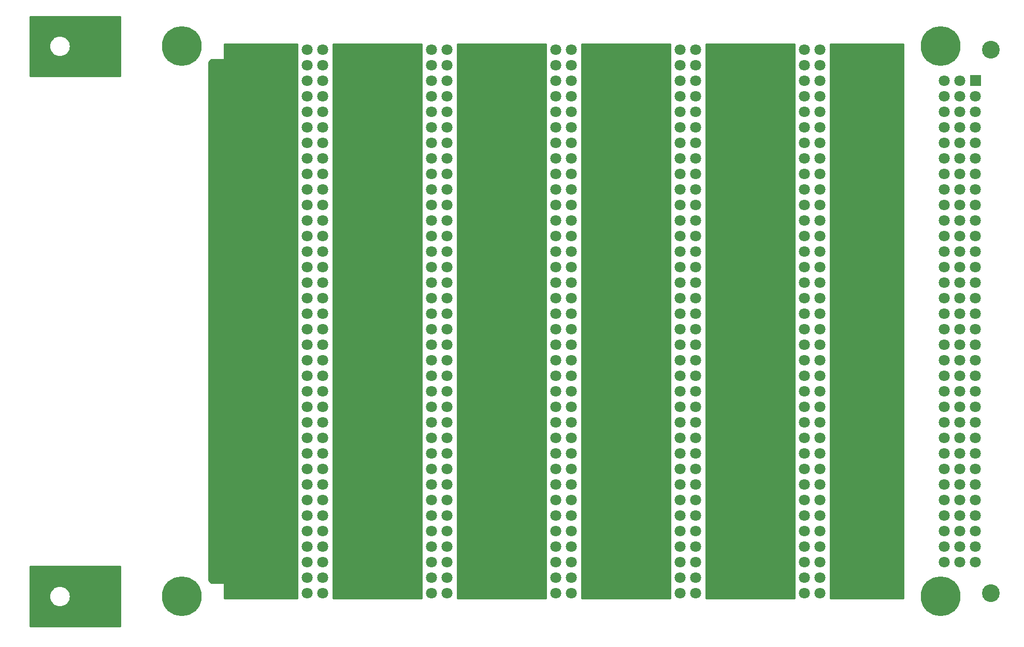
<source format=gbr>
G04 #@! TF.GenerationSoftware,KiCad,Pcbnew,(5.99.0-1588-g7ca069e63)*
G04 #@! TF.CreationDate,2020-05-10T11:49:47-06:00*
G04 #@! TF.ProjectId,module_proto,6d6f6475-6c65-45f7-9072-6f746f2e6b69,rev?*
G04 #@! TF.SameCoordinates,Original*
G04 #@! TF.FileFunction,Soldermask,Top*
G04 #@! TF.FilePolarity,Negative*
%FSLAX46Y46*%
G04 Gerber Fmt 4.6, Leading zero omitted, Abs format (unit mm)*
G04 Created by KiCad (PCBNEW (5.99.0-1588-g7ca069e63)) date 2020-05-10 11:49:47*
%MOMM*%
%LPD*%
G01*
G04 APERTURE LIST*
%ADD10C,0.900000*%
%ADD11C,6.500000*%
%ADD12C,1.800000*%
%ADD13C,2.900000*%
%ADD14C,0.254000*%
G04 APERTURE END LIST*
D10*
X240697056Y-123302944D03*
X239000000Y-122600000D03*
X237302944Y-123302944D03*
X236600000Y-125000000D03*
X237302944Y-126697056D03*
X239000000Y-127400000D03*
X240697056Y-126697056D03*
X241400000Y-125000000D03*
D11*
X239000000Y-125000000D03*
X115000000Y-125000000D03*
D10*
X117400000Y-125000000D03*
X116697056Y-126697056D03*
X115000000Y-127400000D03*
X113302944Y-126697056D03*
X112600000Y-125000000D03*
X113302944Y-123302944D03*
X115000000Y-122600000D03*
X116697056Y-123302944D03*
X116697056Y-33302944D03*
X115000000Y-32600000D03*
X113302944Y-33302944D03*
X112600000Y-35000000D03*
X113302944Y-36697056D03*
X115000000Y-37400000D03*
X116697056Y-36697056D03*
X117400000Y-35000000D03*
D11*
X115000000Y-35000000D03*
X239000000Y-35000000D03*
D10*
X241400000Y-35000000D03*
X240697056Y-36697056D03*
X239000000Y-37400000D03*
X237302944Y-36697056D03*
X236600000Y-35000000D03*
X237302944Y-33302944D03*
X239000000Y-32600000D03*
X240697056Y-33302944D03*
D12*
X239620000Y-119370000D03*
X239620000Y-91430000D03*
X239620000Y-68570000D03*
X239620000Y-71110000D03*
X239620000Y-114290000D03*
X239620000Y-109210000D03*
X239620000Y-111750000D03*
X239620000Y-78730000D03*
X239620000Y-81270000D03*
X239620000Y-55870000D03*
X239620000Y-58410000D03*
X239620000Y-60950000D03*
X239620000Y-86350000D03*
X239620000Y-88890000D03*
X239620000Y-99050000D03*
X239620000Y-93970000D03*
X239620000Y-96510000D03*
X239620000Y-63490000D03*
X239620000Y-66030000D03*
X239620000Y-116830000D03*
X239620000Y-83810000D03*
X239620000Y-43170000D03*
X239620000Y-45710000D03*
X239620000Y-48250000D03*
X239620000Y-73650000D03*
X239620000Y-76190000D03*
X239620000Y-40630000D03*
X239620000Y-50790000D03*
X239620000Y-53330000D03*
X239620000Y-106670000D03*
X239620000Y-101590000D03*
X239620000Y-104130000D03*
G36*
G01*
X243850000Y-39730000D02*
X245550000Y-39730000D01*
G75*
G02*
X245600000Y-39780000I0J-50000D01*
G01*
X245600000Y-41480000D01*
G75*
G02*
X245550000Y-41530000I-50000J0D01*
G01*
X243850000Y-41530000D01*
G75*
G02*
X243800000Y-41480000I0J50000D01*
G01*
X243800000Y-39780000D01*
G75*
G02*
X243850000Y-39730000I50000J0D01*
G01*
G37*
X242160000Y-40630000D03*
X244700000Y-43170000D03*
X242160000Y-43170000D03*
X244700000Y-45710000D03*
X242160000Y-45710000D03*
X244700000Y-48250000D03*
X242160000Y-48250000D03*
X244700000Y-50790000D03*
X242160000Y-50790000D03*
X244700000Y-53330000D03*
X242160000Y-53330000D03*
X244700000Y-55870000D03*
X242160000Y-55870000D03*
X244700000Y-58410000D03*
X242160000Y-58410000D03*
X244700000Y-60950000D03*
X242160000Y-60950000D03*
X244700000Y-63490000D03*
X242160000Y-63490000D03*
X244700000Y-66030000D03*
X242160000Y-66030000D03*
X244700000Y-68570000D03*
X242160000Y-68570000D03*
X244700000Y-71110000D03*
X242160000Y-71110000D03*
X244700000Y-73650000D03*
X242160000Y-73650000D03*
X244700000Y-76190000D03*
X242160000Y-76190000D03*
X244700000Y-78730000D03*
X242160000Y-78730000D03*
X244700000Y-81270000D03*
X242160000Y-81270000D03*
X244700000Y-83810000D03*
X242160000Y-83810000D03*
X244700000Y-86350000D03*
X242160000Y-86350000D03*
X244700000Y-88890000D03*
X242160000Y-88890000D03*
X244700000Y-91430000D03*
X242160000Y-91430000D03*
X244700000Y-93970000D03*
X242160000Y-93970000D03*
X244700000Y-96510000D03*
X242160000Y-96510000D03*
X244700000Y-99050000D03*
X242160000Y-99050000D03*
X244700000Y-101590000D03*
X242160000Y-101590000D03*
X244700000Y-104130000D03*
X242160000Y-104130000D03*
X244700000Y-106670000D03*
X242160000Y-106670000D03*
X244700000Y-109210000D03*
X242160000Y-109210000D03*
X244700000Y-111750000D03*
X242160000Y-111750000D03*
X244700000Y-114290000D03*
X242160000Y-114290000D03*
X244700000Y-116830000D03*
X242160000Y-116830000D03*
X244700000Y-119370000D03*
X242160000Y-119370000D03*
D13*
X247240000Y-35550000D03*
X247240000Y-124450000D03*
D12*
X216760000Y-124450000D03*
X196440000Y-124450000D03*
X198980000Y-124450000D03*
X219300000Y-124450000D03*
X178660000Y-124450000D03*
X158340000Y-124450000D03*
X176120000Y-124450000D03*
X135480000Y-124450000D03*
X155800000Y-124450000D03*
X138020000Y-124450000D03*
X219300000Y-121910000D03*
X135480000Y-121910000D03*
X138020000Y-121910000D03*
X198980000Y-121910000D03*
X178660000Y-121910000D03*
X158340000Y-121910000D03*
X196440000Y-121910000D03*
X155800000Y-121910000D03*
X216760000Y-121910000D03*
X176120000Y-121910000D03*
X219300000Y-119370000D03*
X176120000Y-119370000D03*
X196440000Y-119370000D03*
X135480000Y-119370000D03*
X155800000Y-119370000D03*
X158340000Y-119370000D03*
X198980000Y-119370000D03*
X178660000Y-119370000D03*
X138020000Y-119370000D03*
X216760000Y-119370000D03*
X219300000Y-116830000D03*
X138020000Y-116830000D03*
X158340000Y-116830000D03*
X155800000Y-116830000D03*
X178660000Y-116830000D03*
X135480000Y-116830000D03*
X176120000Y-116830000D03*
X196440000Y-116830000D03*
X216760000Y-116830000D03*
X198980000Y-116830000D03*
X176120000Y-114290000D03*
X155800000Y-114290000D03*
X216760000Y-114290000D03*
X178660000Y-114290000D03*
X219300000Y-114290000D03*
X138020000Y-114290000D03*
X135480000Y-114290000D03*
X196440000Y-114290000D03*
X198980000Y-114290000D03*
X158340000Y-114290000D03*
X138020000Y-111750000D03*
X155800000Y-111750000D03*
X176120000Y-111750000D03*
X219300000Y-111750000D03*
X216760000Y-111750000D03*
X135480000Y-111750000D03*
X158340000Y-111750000D03*
X178660000Y-111750000D03*
X196440000Y-111750000D03*
X198980000Y-111750000D03*
X219300000Y-109210000D03*
X135480000Y-109210000D03*
X176120000Y-109210000D03*
X216760000Y-109210000D03*
X138020000Y-109210000D03*
X198980000Y-109210000D03*
X178660000Y-109210000D03*
X196440000Y-109210000D03*
X158340000Y-109210000D03*
X155800000Y-109210000D03*
X155800000Y-106670000D03*
X198980000Y-106670000D03*
X135480000Y-106670000D03*
X216760000Y-106670000D03*
X158340000Y-106670000D03*
X138020000Y-106670000D03*
X196440000Y-106670000D03*
X219300000Y-106670000D03*
X178660000Y-106670000D03*
X176120000Y-106670000D03*
X198980000Y-104130000D03*
X178660000Y-104130000D03*
X135480000Y-104130000D03*
X176120000Y-104130000D03*
X219300000Y-104130000D03*
X196440000Y-104130000D03*
X155800000Y-104130000D03*
X158340000Y-104130000D03*
X138020000Y-104130000D03*
X216760000Y-104130000D03*
X138020000Y-101590000D03*
X176120000Y-101590000D03*
X219300000Y-101590000D03*
X198980000Y-101590000D03*
X158340000Y-101590000D03*
X196440000Y-101590000D03*
X178660000Y-101590000D03*
X216760000Y-101590000D03*
X135480000Y-101590000D03*
X155800000Y-101590000D03*
X216760000Y-99050000D03*
X178660000Y-99050000D03*
X176120000Y-99050000D03*
X135480000Y-99050000D03*
X198980000Y-99050000D03*
X158340000Y-99050000D03*
X138020000Y-99050000D03*
X196440000Y-99050000D03*
X155800000Y-99050000D03*
X219300000Y-99050000D03*
X178660000Y-96510000D03*
X138020000Y-96510000D03*
X216760000Y-96510000D03*
X198980000Y-96510000D03*
X158340000Y-96510000D03*
X155800000Y-96510000D03*
X219300000Y-96510000D03*
X196440000Y-96510000D03*
X135480000Y-96510000D03*
X176120000Y-96510000D03*
X178660000Y-93970000D03*
X158340000Y-93970000D03*
X176120000Y-93970000D03*
X138020000Y-93970000D03*
X219300000Y-93970000D03*
X198980000Y-93970000D03*
X216760000Y-93970000D03*
X135480000Y-93970000D03*
X155800000Y-93970000D03*
X196440000Y-93970000D03*
X158340000Y-91430000D03*
X135480000Y-91430000D03*
X155800000Y-91430000D03*
X138020000Y-91430000D03*
X198980000Y-91430000D03*
X196440000Y-91430000D03*
X176120000Y-91430000D03*
X178660000Y-91430000D03*
X219300000Y-91430000D03*
X216760000Y-91430000D03*
X216760000Y-88890000D03*
X158340000Y-88890000D03*
X138020000Y-88890000D03*
X196440000Y-88890000D03*
X135480000Y-88890000D03*
X176120000Y-88890000D03*
X198980000Y-88890000D03*
X219300000Y-88890000D03*
X178660000Y-88890000D03*
X155800000Y-88890000D03*
X158340000Y-86350000D03*
X138020000Y-86350000D03*
X178660000Y-86350000D03*
X196440000Y-86350000D03*
X219300000Y-86350000D03*
X135480000Y-86350000D03*
X155800000Y-86350000D03*
X198980000Y-86350000D03*
X216760000Y-86350000D03*
X176120000Y-86350000D03*
X219300000Y-83810000D03*
X216760000Y-83810000D03*
X198980000Y-83810000D03*
X196440000Y-83810000D03*
X178660000Y-83810000D03*
X176120000Y-83810000D03*
X158340000Y-83810000D03*
X155800000Y-83810000D03*
X135480000Y-83810000D03*
X138020000Y-83810000D03*
X176120000Y-35550000D03*
X155800000Y-35550000D03*
X178660000Y-35550000D03*
X135480000Y-35550000D03*
X198980000Y-35550000D03*
X138020000Y-35550000D03*
X196440000Y-35550000D03*
X158340000Y-35550000D03*
X176120000Y-38090000D03*
X135480000Y-38090000D03*
X155800000Y-38090000D03*
X158340000Y-38090000D03*
X178660000Y-38090000D03*
X198980000Y-38090000D03*
X138020000Y-38090000D03*
X196440000Y-38090000D03*
X155800000Y-40630000D03*
X196440000Y-40630000D03*
X178660000Y-40630000D03*
X198980000Y-40630000D03*
X158340000Y-40630000D03*
X176120000Y-40630000D03*
X138020000Y-40630000D03*
X135480000Y-40630000D03*
X196440000Y-43170000D03*
X176120000Y-43170000D03*
X178660000Y-43170000D03*
X135480000Y-43170000D03*
X198980000Y-43170000D03*
X138020000Y-43170000D03*
X158340000Y-43170000D03*
X155800000Y-43170000D03*
X155800000Y-45710000D03*
X176120000Y-45710000D03*
X158340000Y-45710000D03*
X198980000Y-45710000D03*
X135480000Y-45710000D03*
X178660000Y-45710000D03*
X196440000Y-45710000D03*
X138020000Y-45710000D03*
X198980000Y-48250000D03*
X158340000Y-48250000D03*
X178660000Y-48250000D03*
X196440000Y-48250000D03*
X135480000Y-48250000D03*
X138020000Y-48250000D03*
X176120000Y-48250000D03*
X155800000Y-48250000D03*
X176120000Y-50790000D03*
X196440000Y-50790000D03*
X178660000Y-50790000D03*
X138020000Y-50790000D03*
X155800000Y-50790000D03*
X135480000Y-50790000D03*
X158340000Y-50790000D03*
X198980000Y-50790000D03*
X135480000Y-53330000D03*
X158340000Y-53330000D03*
X138020000Y-53330000D03*
X176120000Y-53330000D03*
X196440000Y-53330000D03*
X198980000Y-53330000D03*
X178660000Y-53330000D03*
X155800000Y-53330000D03*
X178660000Y-55870000D03*
X198980000Y-55870000D03*
X138020000Y-55870000D03*
X158340000Y-55870000D03*
X196440000Y-55870000D03*
X176120000Y-55870000D03*
X135480000Y-55870000D03*
X155800000Y-55870000D03*
X178660000Y-58410000D03*
X196440000Y-58410000D03*
X155800000Y-58410000D03*
X176120000Y-58410000D03*
X138020000Y-58410000D03*
X158340000Y-58410000D03*
X135480000Y-58410000D03*
X198980000Y-58410000D03*
X196440000Y-60950000D03*
X135480000Y-60950000D03*
X176120000Y-60950000D03*
X198980000Y-60950000D03*
X138020000Y-60950000D03*
X178660000Y-60950000D03*
X155800000Y-60950000D03*
X158340000Y-60950000D03*
X178660000Y-63490000D03*
X158340000Y-63490000D03*
X135480000Y-63490000D03*
X155800000Y-63490000D03*
X176120000Y-63490000D03*
X138020000Y-63490000D03*
X198980000Y-63490000D03*
X196440000Y-63490000D03*
X155800000Y-66030000D03*
X198980000Y-66030000D03*
X178660000Y-66030000D03*
X135480000Y-66030000D03*
X138020000Y-66030000D03*
X196440000Y-66030000D03*
X158340000Y-66030000D03*
X176120000Y-66030000D03*
X135480000Y-68570000D03*
X196440000Y-68570000D03*
X155800000Y-68570000D03*
X176120000Y-68570000D03*
X138020000Y-68570000D03*
X158340000Y-68570000D03*
X178660000Y-68570000D03*
X198980000Y-68570000D03*
X158340000Y-71110000D03*
X196440000Y-71110000D03*
X176120000Y-71110000D03*
X138020000Y-71110000D03*
X155800000Y-71110000D03*
X198980000Y-71110000D03*
X135480000Y-71110000D03*
X178660000Y-71110000D03*
X155800000Y-73650000D03*
X158340000Y-73650000D03*
X198980000Y-73650000D03*
X135480000Y-73650000D03*
X138020000Y-73650000D03*
X196440000Y-73650000D03*
X178660000Y-73650000D03*
X176120000Y-73650000D03*
X198980000Y-76190000D03*
X196440000Y-76190000D03*
X178660000Y-76190000D03*
X176120000Y-76190000D03*
X158340000Y-76190000D03*
X155800000Y-76190000D03*
X135480000Y-76190000D03*
X138020000Y-76190000D03*
X216760000Y-35550000D03*
X216760000Y-38090000D03*
X216760000Y-55870000D03*
X216760000Y-48250000D03*
X216760000Y-50790000D03*
X216760000Y-58410000D03*
X216760000Y-45710000D03*
X216760000Y-53330000D03*
X216760000Y-43170000D03*
X216760000Y-40630000D03*
X216760000Y-66030000D03*
X216760000Y-60950000D03*
X216760000Y-68570000D03*
X216760000Y-63490000D03*
X216760000Y-71110000D03*
X216760000Y-73650000D03*
X216760000Y-76190000D03*
X219300000Y-38090000D03*
X219300000Y-35550000D03*
X219300000Y-43170000D03*
X219300000Y-45710000D03*
X219300000Y-58410000D03*
X219300000Y-40630000D03*
X219300000Y-48250000D03*
X219300000Y-50790000D03*
X219300000Y-55870000D03*
X219300000Y-53330000D03*
X219300000Y-68570000D03*
X219300000Y-60950000D03*
X219300000Y-66030000D03*
X219300000Y-63490000D03*
X219300000Y-73650000D03*
X219300000Y-71110000D03*
X219300000Y-76190000D03*
X120240000Y-88890000D03*
X120240000Y-40630000D03*
X120240000Y-78730000D03*
X122780000Y-83810000D03*
X120240000Y-60950000D03*
X122780000Y-40630000D03*
X122780000Y-58410000D03*
X122780000Y-45710000D03*
X122780000Y-35550000D03*
X122780000Y-66030000D03*
X120240000Y-101590000D03*
X120240000Y-58410000D03*
X122780000Y-55870000D03*
X120240000Y-99050000D03*
X122780000Y-101590000D03*
X122780000Y-106670000D03*
X120240000Y-116830000D03*
X122780000Y-78730000D03*
X120240000Y-66030000D03*
X122780000Y-48250000D03*
X120240000Y-81270000D03*
X122780000Y-53330000D03*
X122780000Y-71110000D03*
X122780000Y-50790000D03*
X120240000Y-111750000D03*
X120240000Y-55870000D03*
X122780000Y-68570000D03*
X122780000Y-119370000D03*
X120240000Y-43170000D03*
X120240000Y-48250000D03*
X122780000Y-116830000D03*
X122780000Y-38090000D03*
X122780000Y-96510000D03*
X120240000Y-53330000D03*
X120240000Y-86350000D03*
X120240000Y-104130000D03*
X120240000Y-68570000D03*
X120240000Y-96510000D03*
X120240000Y-38090000D03*
X120240000Y-83810000D03*
X120240000Y-93970000D03*
X122780000Y-121910000D03*
X122780000Y-91430000D03*
X122780000Y-86350000D03*
X120240000Y-114290000D03*
X120240000Y-63490000D03*
X120240000Y-91430000D03*
X120240000Y-50790000D03*
X122780000Y-109210000D03*
X122780000Y-76190000D03*
X120240000Y-106670000D03*
X122780000Y-124450000D03*
X122780000Y-43170000D03*
X120240000Y-76190000D03*
X122780000Y-104130000D03*
X122780000Y-60950000D03*
X122780000Y-88890000D03*
X122780000Y-73650000D03*
X120240000Y-109210000D03*
X122780000Y-93970000D03*
X122780000Y-114290000D03*
X120240000Y-121910000D03*
X122780000Y-81270000D03*
X120240000Y-73650000D03*
X122780000Y-111750000D03*
X122780000Y-63490000D03*
X120240000Y-45710000D03*
X120240000Y-71110000D03*
X120240000Y-119370000D03*
X122780000Y-99050000D03*
X125320000Y-53330000D03*
X125320000Y-86350000D03*
X125320000Y-104130000D03*
X125320000Y-68570000D03*
X125320000Y-96510000D03*
X125320000Y-38090000D03*
X125320000Y-83810000D03*
X125320000Y-93970000D03*
X127860000Y-121910000D03*
X127860000Y-91430000D03*
X127860000Y-86350000D03*
X125320000Y-114290000D03*
X125320000Y-63490000D03*
X125320000Y-91430000D03*
X125320000Y-50790000D03*
X127860000Y-109210000D03*
X127860000Y-76190000D03*
X125320000Y-106670000D03*
X127860000Y-124450000D03*
X127860000Y-43170000D03*
X125320000Y-76190000D03*
X127860000Y-104130000D03*
X127860000Y-60950000D03*
X127860000Y-88890000D03*
X127860000Y-73650000D03*
X125320000Y-109210000D03*
X127860000Y-93970000D03*
X127860000Y-114290000D03*
X125320000Y-121910000D03*
X127860000Y-81270000D03*
X125320000Y-73650000D03*
X130400000Y-53330000D03*
X130400000Y-86350000D03*
X127860000Y-111750000D03*
X127860000Y-63490000D03*
X130400000Y-104130000D03*
X125320000Y-45710000D03*
X130400000Y-68570000D03*
X125320000Y-71110000D03*
X125320000Y-124450000D03*
X125320000Y-119370000D03*
X130400000Y-96510000D03*
X130400000Y-38090000D03*
X127860000Y-55870000D03*
X125320000Y-99050000D03*
X130400000Y-111750000D03*
X130400000Y-83810000D03*
X127860000Y-101590000D03*
X127860000Y-106670000D03*
X125320000Y-116830000D03*
X127860000Y-78730000D03*
X130400000Y-93970000D03*
X125320000Y-66030000D03*
X127860000Y-48250000D03*
X125320000Y-81270000D03*
X127860000Y-53330000D03*
X132940000Y-121910000D03*
X132940000Y-91430000D03*
X127860000Y-71110000D03*
X132940000Y-86350000D03*
X132940000Y-99050000D03*
X130400000Y-50790000D03*
X132940000Y-109210000D03*
X132940000Y-76190000D03*
X130400000Y-106670000D03*
X132940000Y-124450000D03*
X132940000Y-43170000D03*
X130400000Y-76190000D03*
X132940000Y-104130000D03*
X132940000Y-60950000D03*
X132940000Y-88890000D03*
X132940000Y-73650000D03*
X130400000Y-109210000D03*
X132940000Y-93970000D03*
X132940000Y-114290000D03*
X130400000Y-121910000D03*
X127860000Y-50790000D03*
X130400000Y-101590000D03*
X130400000Y-58410000D03*
X132940000Y-81270000D03*
X130400000Y-73650000D03*
X130400000Y-66030000D03*
X132940000Y-48250000D03*
X130400000Y-81270000D03*
X132940000Y-53330000D03*
X125320000Y-111750000D03*
X132940000Y-106670000D03*
X130400000Y-116830000D03*
X130400000Y-119370000D03*
X132940000Y-68570000D03*
X132940000Y-119370000D03*
X132940000Y-55870000D03*
X130400000Y-99050000D03*
X130400000Y-78730000D03*
X132940000Y-101590000D03*
X130400000Y-71110000D03*
X125320000Y-35550000D03*
X130400000Y-124450000D03*
X125320000Y-55870000D03*
X127860000Y-68570000D03*
X127860000Y-119370000D03*
X125320000Y-43170000D03*
X125320000Y-48250000D03*
X130400000Y-43170000D03*
X130400000Y-48250000D03*
X130400000Y-45710000D03*
X132940000Y-50790000D03*
X132940000Y-78730000D03*
X132940000Y-58410000D03*
X125320000Y-88890000D03*
X130400000Y-40630000D03*
X132940000Y-63490000D03*
X125320000Y-40630000D03*
X125320000Y-78730000D03*
X127860000Y-83810000D03*
X130400000Y-55870000D03*
X125320000Y-60950000D03*
X130400000Y-35550000D03*
X127860000Y-40630000D03*
X130400000Y-88890000D03*
X130400000Y-60950000D03*
X132940000Y-83810000D03*
X127860000Y-58410000D03*
X132940000Y-40630000D03*
X127860000Y-45710000D03*
X127860000Y-35550000D03*
X132940000Y-71110000D03*
X132940000Y-116830000D03*
X132940000Y-96510000D03*
X132940000Y-66030000D03*
X127860000Y-116830000D03*
X132940000Y-111750000D03*
X127860000Y-38090000D03*
X132940000Y-38090000D03*
X127860000Y-99050000D03*
X125320000Y-101590000D03*
X125320000Y-58410000D03*
X132940000Y-35550000D03*
X127860000Y-66030000D03*
X132940000Y-45710000D03*
X127860000Y-96510000D03*
X130400000Y-114290000D03*
X130400000Y-63490000D03*
X130400000Y-91430000D03*
X138020000Y-78730000D03*
X138020000Y-81270000D03*
X135480000Y-78730000D03*
X140560000Y-53330000D03*
X140560000Y-86350000D03*
X140560000Y-104130000D03*
X140560000Y-68570000D03*
X140560000Y-96510000D03*
X140560000Y-38090000D03*
X140560000Y-111750000D03*
X140560000Y-83810000D03*
X140560000Y-93970000D03*
X135480000Y-81270000D03*
X143100000Y-121910000D03*
X143100000Y-91430000D03*
X143100000Y-86350000D03*
X143100000Y-99050000D03*
X140560000Y-50790000D03*
X143100000Y-109210000D03*
X143100000Y-76190000D03*
X140560000Y-106670000D03*
X143100000Y-124450000D03*
X143100000Y-43170000D03*
X140560000Y-76190000D03*
X143100000Y-104130000D03*
X143100000Y-60950000D03*
X143100000Y-88890000D03*
X143100000Y-73650000D03*
X140560000Y-109210000D03*
X143100000Y-93970000D03*
X143100000Y-114290000D03*
X140560000Y-121910000D03*
X140560000Y-101590000D03*
X140560000Y-58410000D03*
X143100000Y-81270000D03*
X140560000Y-73650000D03*
X140560000Y-66030000D03*
X143100000Y-48250000D03*
X140560000Y-81270000D03*
X143100000Y-53330000D03*
X143100000Y-106670000D03*
X140560000Y-116830000D03*
X140560000Y-119370000D03*
X143100000Y-68570000D03*
X143100000Y-119370000D03*
X143100000Y-55870000D03*
X140560000Y-99050000D03*
X140560000Y-78730000D03*
X143100000Y-101590000D03*
X140560000Y-71110000D03*
X140560000Y-124450000D03*
X140560000Y-43170000D03*
X140560000Y-48250000D03*
X140560000Y-45710000D03*
X143100000Y-50790000D03*
X143100000Y-78730000D03*
X143100000Y-58410000D03*
X140560000Y-40630000D03*
X143100000Y-63490000D03*
X140560000Y-55870000D03*
X140560000Y-35550000D03*
X140560000Y-88890000D03*
X140560000Y-60950000D03*
X143100000Y-83810000D03*
X143100000Y-40630000D03*
X143100000Y-71110000D03*
X143100000Y-116830000D03*
X143100000Y-96510000D03*
X143100000Y-66030000D03*
X143100000Y-111750000D03*
X143100000Y-38090000D03*
X145640000Y-53330000D03*
X145640000Y-86350000D03*
X145640000Y-104130000D03*
X145640000Y-68570000D03*
X145640000Y-96510000D03*
X145640000Y-38090000D03*
X145640000Y-83810000D03*
X145640000Y-93970000D03*
X148180000Y-121910000D03*
X148180000Y-91430000D03*
X148180000Y-86350000D03*
X145640000Y-114290000D03*
X145640000Y-63490000D03*
X145640000Y-91430000D03*
X148180000Y-99050000D03*
X145640000Y-50790000D03*
X148180000Y-109210000D03*
X148180000Y-76190000D03*
X145640000Y-106670000D03*
X148180000Y-124450000D03*
X148180000Y-43170000D03*
X145640000Y-76190000D03*
X148180000Y-104130000D03*
X148180000Y-60950000D03*
X148180000Y-88890000D03*
X148180000Y-73650000D03*
X145640000Y-109210000D03*
X148180000Y-93970000D03*
X148180000Y-114290000D03*
X145640000Y-121910000D03*
X145640000Y-101590000D03*
X145640000Y-58410000D03*
X148180000Y-81270000D03*
X145640000Y-73650000D03*
X150720000Y-53330000D03*
X150720000Y-86350000D03*
X148180000Y-111750000D03*
X148180000Y-63490000D03*
X150720000Y-104130000D03*
X145640000Y-45710000D03*
X150720000Y-68570000D03*
X145640000Y-71110000D03*
X145640000Y-124450000D03*
X145640000Y-119370000D03*
X150720000Y-96510000D03*
X150720000Y-38090000D03*
X148180000Y-55870000D03*
X145640000Y-99050000D03*
X150720000Y-111750000D03*
X150720000Y-83810000D03*
X148180000Y-101590000D03*
X148180000Y-106670000D03*
X145640000Y-116830000D03*
X148180000Y-78730000D03*
X143100000Y-35550000D03*
X145640000Y-111750000D03*
X145640000Y-55870000D03*
X148180000Y-71110000D03*
X148180000Y-53330000D03*
X145640000Y-81270000D03*
X150720000Y-114290000D03*
X150720000Y-93970000D03*
X145640000Y-66030000D03*
X148180000Y-48250000D03*
X148180000Y-68570000D03*
X148180000Y-66030000D03*
X145640000Y-48250000D03*
X148180000Y-35550000D03*
X148180000Y-40630000D03*
X150720000Y-106670000D03*
X148180000Y-50790000D03*
X145640000Y-43170000D03*
X145640000Y-60950000D03*
X145640000Y-88890000D03*
X150720000Y-50790000D03*
X148180000Y-45710000D03*
X150720000Y-45710000D03*
X150720000Y-91430000D03*
X145640000Y-40630000D03*
X150720000Y-71110000D03*
X148180000Y-38090000D03*
X150720000Y-109210000D03*
X143100000Y-45710000D03*
X150720000Y-55870000D03*
X150720000Y-121910000D03*
X150720000Y-101590000D03*
X150720000Y-40630000D03*
X150720000Y-76190000D03*
X150720000Y-48250000D03*
X150720000Y-73650000D03*
X150720000Y-63490000D03*
X150720000Y-58410000D03*
X148180000Y-96510000D03*
X150720000Y-60950000D03*
X150720000Y-116830000D03*
X148180000Y-83810000D03*
X150720000Y-35550000D03*
X150720000Y-88890000D03*
X150720000Y-43170000D03*
X150720000Y-66030000D03*
X150720000Y-124450000D03*
X148180000Y-58410000D03*
X148180000Y-116830000D03*
X148180000Y-119370000D03*
X150720000Y-119370000D03*
X150720000Y-99050000D03*
X145640000Y-35550000D03*
X145640000Y-78730000D03*
X150720000Y-78730000D03*
X150720000Y-81270000D03*
X140560000Y-114290000D03*
X140560000Y-63490000D03*
X140560000Y-91430000D03*
X153260000Y-53330000D03*
X153260000Y-86350000D03*
X153260000Y-104130000D03*
X153260000Y-68570000D03*
X153260000Y-96510000D03*
X153260000Y-38090000D03*
X153260000Y-83810000D03*
X153260000Y-93970000D03*
X153260000Y-114290000D03*
X153260000Y-63490000D03*
X153260000Y-91430000D03*
X153260000Y-50790000D03*
X155800000Y-78730000D03*
X153260000Y-106670000D03*
X153260000Y-76190000D03*
X153260000Y-109210000D03*
X153260000Y-121910000D03*
X155800000Y-81270000D03*
X153260000Y-73650000D03*
X153260000Y-45710000D03*
X153260000Y-71110000D03*
X153260000Y-124450000D03*
X153260000Y-119370000D03*
X153260000Y-99050000D03*
X153260000Y-116830000D03*
X153260000Y-66030000D03*
X153260000Y-81270000D03*
X160880000Y-121910000D03*
X160880000Y-91430000D03*
X160880000Y-86350000D03*
X160880000Y-99050000D03*
X160880000Y-109210000D03*
X160880000Y-76190000D03*
X160880000Y-124450000D03*
X160880000Y-43170000D03*
X158340000Y-78730000D03*
X160880000Y-104130000D03*
X160880000Y-60950000D03*
X160880000Y-88890000D03*
X160880000Y-73650000D03*
X160880000Y-93970000D03*
X160880000Y-114290000D03*
X160880000Y-81270000D03*
X160880000Y-48250000D03*
X158340000Y-81270000D03*
X160880000Y-53330000D03*
X153260000Y-111750000D03*
X160880000Y-106670000D03*
X160880000Y-68570000D03*
X160880000Y-119370000D03*
X160880000Y-55870000D03*
X160880000Y-101590000D03*
X153260000Y-35550000D03*
X153260000Y-55870000D03*
X153260000Y-43170000D03*
X153260000Y-48250000D03*
X160880000Y-50790000D03*
X160880000Y-78730000D03*
X160880000Y-58410000D03*
X153260000Y-88890000D03*
X160880000Y-63490000D03*
X153260000Y-40630000D03*
X153260000Y-78730000D03*
X153260000Y-60950000D03*
X160880000Y-83810000D03*
X160880000Y-40630000D03*
X160880000Y-71110000D03*
X160880000Y-116830000D03*
X160880000Y-96510000D03*
X160880000Y-66030000D03*
X160880000Y-111750000D03*
X160880000Y-38090000D03*
X163420000Y-53330000D03*
X163420000Y-86350000D03*
X163420000Y-104130000D03*
X163420000Y-68570000D03*
X163420000Y-96510000D03*
X163420000Y-38090000D03*
X163420000Y-83810000D03*
X163420000Y-93970000D03*
X165960000Y-121910000D03*
X165960000Y-91430000D03*
X165960000Y-86350000D03*
X163420000Y-114290000D03*
X163420000Y-63490000D03*
X163420000Y-91430000D03*
X165960000Y-99050000D03*
X163420000Y-50790000D03*
X165960000Y-109210000D03*
X165960000Y-76190000D03*
X163420000Y-106670000D03*
X165960000Y-124450000D03*
X165960000Y-43170000D03*
X163420000Y-76190000D03*
X165960000Y-104130000D03*
X165960000Y-60950000D03*
X165960000Y-88890000D03*
X165960000Y-73650000D03*
X163420000Y-109210000D03*
X165960000Y-93970000D03*
X165960000Y-114290000D03*
X163420000Y-121910000D03*
X163420000Y-101590000D03*
X163420000Y-58410000D03*
X165960000Y-81270000D03*
X163420000Y-73650000D03*
X168500000Y-53330000D03*
X168500000Y-86350000D03*
X165960000Y-111750000D03*
X165960000Y-63490000D03*
X168500000Y-104130000D03*
X163420000Y-45710000D03*
X168500000Y-68570000D03*
X163420000Y-71110000D03*
X163420000Y-124450000D03*
X163420000Y-119370000D03*
X168500000Y-96510000D03*
X168500000Y-38090000D03*
X165960000Y-55870000D03*
X163420000Y-99050000D03*
X168500000Y-111750000D03*
X168500000Y-83810000D03*
X165960000Y-101590000D03*
X165960000Y-106670000D03*
X163420000Y-116830000D03*
X165960000Y-78730000D03*
X173580000Y-53330000D03*
X173580000Y-86350000D03*
X173580000Y-104130000D03*
X173580000Y-68570000D03*
X173580000Y-96510000D03*
X173580000Y-38090000D03*
X173580000Y-83810000D03*
X173580000Y-93970000D03*
X173580000Y-114290000D03*
X173580000Y-63490000D03*
X173580000Y-91430000D03*
X153260000Y-101590000D03*
X153260000Y-58410000D03*
X173580000Y-50790000D03*
X173580000Y-106670000D03*
X173580000Y-76190000D03*
X173580000Y-109210000D03*
X173580000Y-121910000D03*
X173580000Y-101590000D03*
X173580000Y-58410000D03*
X176120000Y-81270000D03*
X173580000Y-73650000D03*
X173580000Y-45710000D03*
X173580000Y-71110000D03*
X173580000Y-124450000D03*
X173580000Y-119370000D03*
X173580000Y-99050000D03*
X173580000Y-116830000D03*
X176120000Y-78730000D03*
X173580000Y-66030000D03*
X173580000Y-81270000D03*
X181200000Y-121910000D03*
X181200000Y-91430000D03*
X181200000Y-86350000D03*
X181200000Y-99050000D03*
X181200000Y-109210000D03*
X181200000Y-76190000D03*
X181200000Y-124450000D03*
X181200000Y-43170000D03*
X181200000Y-104130000D03*
X181200000Y-60950000D03*
X181200000Y-88890000D03*
X181200000Y-73650000D03*
X181200000Y-93970000D03*
X181200000Y-114290000D03*
X181200000Y-81270000D03*
X181200000Y-48250000D03*
X178660000Y-81270000D03*
X181200000Y-53330000D03*
X173580000Y-111750000D03*
X181200000Y-106670000D03*
X181200000Y-68570000D03*
X181200000Y-119370000D03*
X181200000Y-55870000D03*
X178660000Y-78730000D03*
X181200000Y-101590000D03*
X173580000Y-35550000D03*
X173580000Y-55870000D03*
X173580000Y-43170000D03*
X173580000Y-48250000D03*
X181200000Y-50790000D03*
X181200000Y-78730000D03*
X181200000Y-58410000D03*
X173580000Y-88890000D03*
X181200000Y-63490000D03*
X173580000Y-40630000D03*
X173580000Y-78730000D03*
X173580000Y-60950000D03*
X181200000Y-83810000D03*
X181200000Y-40630000D03*
X181200000Y-71110000D03*
X181200000Y-116830000D03*
X181200000Y-96510000D03*
X181200000Y-66030000D03*
X181200000Y-111750000D03*
X181200000Y-38090000D03*
X183740000Y-53330000D03*
X183740000Y-86350000D03*
X183740000Y-104130000D03*
X183740000Y-68570000D03*
X183740000Y-96510000D03*
X183740000Y-38090000D03*
X183740000Y-83810000D03*
X183740000Y-93970000D03*
X186280000Y-121910000D03*
X186280000Y-91430000D03*
X186280000Y-86350000D03*
X183740000Y-114290000D03*
X183740000Y-63490000D03*
X183740000Y-91430000D03*
X186280000Y-99050000D03*
X183740000Y-50790000D03*
X186280000Y-109210000D03*
X186280000Y-76190000D03*
X183740000Y-106670000D03*
X186280000Y-124450000D03*
X186280000Y-43170000D03*
X183740000Y-76190000D03*
X186280000Y-104130000D03*
X186280000Y-60950000D03*
X186280000Y-88890000D03*
X186280000Y-73650000D03*
X183740000Y-109210000D03*
X186280000Y-93970000D03*
X186280000Y-114290000D03*
X183740000Y-121910000D03*
X183740000Y-101590000D03*
X183740000Y-58410000D03*
X186280000Y-81270000D03*
X183740000Y-73650000D03*
X171040000Y-99050000D03*
X160880000Y-35550000D03*
X163420000Y-111750000D03*
X171040000Y-58410000D03*
X163420000Y-55870000D03*
X165960000Y-71110000D03*
X165960000Y-53330000D03*
X171040000Y-121910000D03*
X163420000Y-81270000D03*
X171040000Y-86350000D03*
X168500000Y-114290000D03*
X168500000Y-93970000D03*
X163420000Y-66030000D03*
X165960000Y-48250000D03*
X171040000Y-63490000D03*
X171040000Y-50790000D03*
X171040000Y-91430000D03*
X171040000Y-38090000D03*
X165960000Y-68570000D03*
X188820000Y-53330000D03*
X188820000Y-86350000D03*
X186280000Y-111750000D03*
X186280000Y-63490000D03*
X188820000Y-104130000D03*
X183740000Y-45710000D03*
X188820000Y-68570000D03*
X183740000Y-71110000D03*
X183740000Y-124450000D03*
X183740000Y-119370000D03*
X188820000Y-96510000D03*
X188820000Y-38090000D03*
X186280000Y-55870000D03*
X183740000Y-99050000D03*
X188820000Y-111750000D03*
X188820000Y-83810000D03*
X186280000Y-101590000D03*
X186280000Y-106670000D03*
X183740000Y-116830000D03*
X186280000Y-78730000D03*
X188820000Y-93970000D03*
X183740000Y-66030000D03*
X186280000Y-48250000D03*
X183740000Y-81270000D03*
X186280000Y-53330000D03*
X191360000Y-121910000D03*
X191360000Y-91430000D03*
X186280000Y-71110000D03*
X191360000Y-86350000D03*
X188820000Y-114290000D03*
X188820000Y-63490000D03*
X188820000Y-91430000D03*
X191360000Y-99050000D03*
X188820000Y-50790000D03*
X191360000Y-109210000D03*
X191360000Y-76190000D03*
X188820000Y-106670000D03*
X191360000Y-124450000D03*
X165960000Y-66030000D03*
X191360000Y-43170000D03*
X188820000Y-76190000D03*
X191360000Y-104130000D03*
X191360000Y-60950000D03*
X191360000Y-88890000D03*
X191360000Y-73650000D03*
X163420000Y-48250000D03*
X188820000Y-109210000D03*
X191360000Y-93970000D03*
X191360000Y-114290000D03*
X188820000Y-121910000D03*
X186280000Y-50790000D03*
X188820000Y-101590000D03*
X188820000Y-58410000D03*
X191360000Y-81270000D03*
X188820000Y-73650000D03*
X188820000Y-66030000D03*
X171040000Y-73650000D03*
X191360000Y-48250000D03*
X188820000Y-81270000D03*
X191360000Y-53330000D03*
X171040000Y-119370000D03*
X183740000Y-111750000D03*
X191360000Y-106670000D03*
X188820000Y-116830000D03*
X188820000Y-119370000D03*
X191360000Y-68570000D03*
X165960000Y-35550000D03*
X191360000Y-119370000D03*
X191360000Y-55870000D03*
X188820000Y-99050000D03*
X188820000Y-78730000D03*
X191360000Y-101590000D03*
X165960000Y-40630000D03*
X188820000Y-71110000D03*
X183740000Y-35550000D03*
X168500000Y-106670000D03*
X188820000Y-124450000D03*
X183740000Y-55870000D03*
X186280000Y-68570000D03*
X186280000Y-119370000D03*
X183740000Y-43170000D03*
X183740000Y-48250000D03*
X188820000Y-43170000D03*
X188820000Y-48250000D03*
X188820000Y-45710000D03*
X191360000Y-50790000D03*
X191360000Y-78730000D03*
X191360000Y-58410000D03*
X165960000Y-50790000D03*
X183740000Y-88890000D03*
X188820000Y-40630000D03*
X191360000Y-63490000D03*
X183740000Y-40630000D03*
X183740000Y-78730000D03*
X186280000Y-83810000D03*
X188820000Y-55870000D03*
X163420000Y-43170000D03*
X183740000Y-60950000D03*
X188820000Y-35550000D03*
X163420000Y-60950000D03*
X163420000Y-88890000D03*
X186280000Y-40630000D03*
X181200000Y-45710000D03*
X181200000Y-35550000D03*
X188820000Y-88890000D03*
X171040000Y-106670000D03*
X171040000Y-76190000D03*
X168500000Y-50790000D03*
X171040000Y-93970000D03*
X165960000Y-45710000D03*
X171040000Y-40630000D03*
X168500000Y-45710000D03*
X188820000Y-60950000D03*
X191360000Y-83810000D03*
X186280000Y-58410000D03*
X168500000Y-91430000D03*
X163420000Y-40630000D03*
X168500000Y-71110000D03*
X191360000Y-40630000D03*
X171040000Y-71110000D03*
X165960000Y-38090000D03*
X168500000Y-109210000D03*
X160880000Y-45710000D03*
X171040000Y-101590000D03*
X168500000Y-55870000D03*
X171040000Y-114290000D03*
X168500000Y-121910000D03*
X168500000Y-101590000D03*
X171040000Y-60950000D03*
X168500000Y-40630000D03*
X168500000Y-76190000D03*
X168500000Y-48250000D03*
X168500000Y-73650000D03*
X171040000Y-43170000D03*
X171040000Y-124450000D03*
X168500000Y-63490000D03*
X186280000Y-45710000D03*
X168500000Y-58410000D03*
X165960000Y-96510000D03*
X168500000Y-60950000D03*
X171040000Y-104130000D03*
X186280000Y-35550000D03*
X168500000Y-116830000D03*
X165960000Y-83810000D03*
X171040000Y-109210000D03*
X191360000Y-71110000D03*
X191360000Y-116830000D03*
X191360000Y-96510000D03*
X191360000Y-66030000D03*
X168500000Y-35550000D03*
X171040000Y-35550000D03*
X186280000Y-116830000D03*
X171040000Y-83810000D03*
X191360000Y-111750000D03*
X168500000Y-88890000D03*
X171040000Y-78730000D03*
X171040000Y-55870000D03*
X171040000Y-81270000D03*
X171040000Y-66030000D03*
X171040000Y-68570000D03*
X191360000Y-45710000D03*
X191360000Y-35550000D03*
X168500000Y-43170000D03*
X171040000Y-53330000D03*
X168500000Y-66030000D03*
X171040000Y-116830000D03*
X171040000Y-48250000D03*
X168500000Y-124450000D03*
X165960000Y-58410000D03*
X165960000Y-116830000D03*
X186280000Y-66030000D03*
X165960000Y-119370000D03*
X171040000Y-111750000D03*
X186280000Y-96510000D03*
X168500000Y-119370000D03*
X171040000Y-96510000D03*
X186280000Y-38090000D03*
X191360000Y-38090000D03*
X168500000Y-99050000D03*
X171040000Y-88890000D03*
X163420000Y-35550000D03*
X163420000Y-78730000D03*
X168500000Y-78730000D03*
X171040000Y-45710000D03*
X168500000Y-81270000D03*
X193900000Y-53330000D03*
X193900000Y-86350000D03*
X193900000Y-104130000D03*
X193900000Y-68570000D03*
X193900000Y-96510000D03*
X193900000Y-38090000D03*
X193900000Y-83810000D03*
X193900000Y-93970000D03*
X193900000Y-114290000D03*
X193900000Y-63490000D03*
X193900000Y-91430000D03*
X193900000Y-50790000D03*
X193900000Y-106670000D03*
X193900000Y-76190000D03*
X193900000Y-109210000D03*
X193900000Y-121910000D03*
X193900000Y-101590000D03*
X193900000Y-58410000D03*
X196440000Y-81270000D03*
X193900000Y-73650000D03*
X193900000Y-45710000D03*
X193900000Y-71110000D03*
X193900000Y-124450000D03*
X193900000Y-119370000D03*
X193900000Y-99050000D03*
X193900000Y-116830000D03*
X196440000Y-78730000D03*
X193900000Y-66030000D03*
X193900000Y-81270000D03*
X201520000Y-121910000D03*
X201520000Y-91430000D03*
X201520000Y-86350000D03*
X201520000Y-99050000D03*
X201520000Y-109210000D03*
X201520000Y-76190000D03*
X201520000Y-124450000D03*
X201520000Y-43170000D03*
X201520000Y-104130000D03*
X201520000Y-60950000D03*
X201520000Y-88890000D03*
X201520000Y-73650000D03*
X201520000Y-93970000D03*
X201520000Y-114290000D03*
X201520000Y-81270000D03*
X201520000Y-48250000D03*
X198980000Y-81270000D03*
X201520000Y-53330000D03*
X193900000Y-111750000D03*
X201520000Y-106670000D03*
X201520000Y-68570000D03*
X201520000Y-119370000D03*
X201520000Y-55870000D03*
X198980000Y-78730000D03*
X201520000Y-101590000D03*
X193900000Y-35550000D03*
X193900000Y-55870000D03*
X193900000Y-43170000D03*
X193900000Y-48250000D03*
X201520000Y-50790000D03*
X201520000Y-78730000D03*
X201520000Y-58410000D03*
X193900000Y-88890000D03*
X201520000Y-63490000D03*
X193900000Y-40630000D03*
X193900000Y-78730000D03*
X193900000Y-60950000D03*
X201520000Y-83810000D03*
X201520000Y-40630000D03*
X201520000Y-71110000D03*
X201520000Y-116830000D03*
X201520000Y-96510000D03*
X201520000Y-66030000D03*
X201520000Y-111750000D03*
X201520000Y-38090000D03*
X204060000Y-53330000D03*
X204060000Y-86350000D03*
X204060000Y-104130000D03*
X204060000Y-68570000D03*
X204060000Y-96510000D03*
X204060000Y-38090000D03*
X204060000Y-83810000D03*
X204060000Y-93970000D03*
X206600000Y-121910000D03*
X206600000Y-91430000D03*
X206600000Y-86350000D03*
X204060000Y-114290000D03*
X204060000Y-63490000D03*
X204060000Y-91430000D03*
X206600000Y-99050000D03*
X204060000Y-50790000D03*
X206600000Y-109210000D03*
X206600000Y-76190000D03*
X204060000Y-106670000D03*
X206600000Y-124450000D03*
X206600000Y-43170000D03*
X204060000Y-76190000D03*
X206600000Y-104130000D03*
X206600000Y-60950000D03*
X206600000Y-88890000D03*
X206600000Y-73650000D03*
X204060000Y-109210000D03*
X206600000Y-93970000D03*
X206600000Y-114290000D03*
X204060000Y-121910000D03*
X204060000Y-101590000D03*
X204060000Y-58410000D03*
X206600000Y-81270000D03*
X204060000Y-73650000D03*
X209140000Y-53330000D03*
X209140000Y-86350000D03*
X206600000Y-111750000D03*
X206600000Y-63490000D03*
X209140000Y-104130000D03*
X204060000Y-45710000D03*
X209140000Y-68570000D03*
X204060000Y-71110000D03*
X204060000Y-124450000D03*
X204060000Y-119370000D03*
X209140000Y-96510000D03*
X209140000Y-38090000D03*
X206600000Y-55870000D03*
X204060000Y-99050000D03*
X209140000Y-111750000D03*
X209140000Y-83810000D03*
X206600000Y-101590000D03*
X206600000Y-106670000D03*
X204060000Y-116830000D03*
X206600000Y-78730000D03*
X209140000Y-93970000D03*
X204060000Y-66030000D03*
X206600000Y-48250000D03*
X204060000Y-81270000D03*
X206600000Y-53330000D03*
X211680000Y-121910000D03*
X211680000Y-91430000D03*
X206600000Y-71110000D03*
X211680000Y-86350000D03*
X209140000Y-114290000D03*
X209140000Y-63490000D03*
X209140000Y-91430000D03*
X211680000Y-99050000D03*
X209140000Y-50790000D03*
X211680000Y-109210000D03*
X211680000Y-76190000D03*
X209140000Y-106670000D03*
X211680000Y-124450000D03*
X211680000Y-43170000D03*
X209140000Y-76190000D03*
X211680000Y-104130000D03*
X211680000Y-60950000D03*
X211680000Y-88890000D03*
X211680000Y-73650000D03*
X209140000Y-109210000D03*
X211680000Y-93970000D03*
X211680000Y-114290000D03*
X209140000Y-121910000D03*
X206600000Y-50790000D03*
X209140000Y-101590000D03*
X209140000Y-58410000D03*
X211680000Y-81270000D03*
X209140000Y-73650000D03*
X209140000Y-66030000D03*
X211680000Y-48250000D03*
X209140000Y-81270000D03*
X211680000Y-53330000D03*
X204060000Y-111750000D03*
X211680000Y-106670000D03*
X209140000Y-116830000D03*
X209140000Y-119370000D03*
X211680000Y-68570000D03*
X211680000Y-119370000D03*
X211680000Y-55870000D03*
X209140000Y-99050000D03*
X209140000Y-78730000D03*
X211680000Y-101590000D03*
X209140000Y-71110000D03*
X204060000Y-35550000D03*
X209140000Y-124450000D03*
X204060000Y-55870000D03*
X206600000Y-68570000D03*
X206600000Y-119370000D03*
X204060000Y-43170000D03*
X204060000Y-48250000D03*
X209140000Y-43170000D03*
X209140000Y-48250000D03*
X209140000Y-45710000D03*
X211680000Y-50790000D03*
X211680000Y-78730000D03*
X211680000Y-58410000D03*
X204060000Y-88890000D03*
X209140000Y-40630000D03*
X211680000Y-63490000D03*
X204060000Y-40630000D03*
X204060000Y-78730000D03*
X206600000Y-83810000D03*
X209140000Y-55870000D03*
X204060000Y-60950000D03*
X209140000Y-35550000D03*
X206600000Y-40630000D03*
X201520000Y-45710000D03*
X201520000Y-35550000D03*
X209140000Y-88890000D03*
X209140000Y-60950000D03*
X211680000Y-83810000D03*
X206600000Y-58410000D03*
X211680000Y-40630000D03*
X206600000Y-45710000D03*
X206600000Y-35550000D03*
X211680000Y-71110000D03*
X211680000Y-116830000D03*
X211680000Y-96510000D03*
X211680000Y-66030000D03*
X206600000Y-116830000D03*
X211680000Y-111750000D03*
X211680000Y-45710000D03*
X211680000Y-35550000D03*
X206600000Y-66030000D03*
X206600000Y-96510000D03*
X206600000Y-38090000D03*
X211680000Y-38090000D03*
X214220000Y-53330000D03*
X214220000Y-86350000D03*
X214220000Y-104130000D03*
X214220000Y-68570000D03*
X214220000Y-96510000D03*
X214220000Y-38090000D03*
X214220000Y-83810000D03*
X214220000Y-93970000D03*
X214220000Y-114290000D03*
X214220000Y-63490000D03*
X214220000Y-91430000D03*
X214220000Y-50790000D03*
X214220000Y-106670000D03*
X214220000Y-76190000D03*
X214220000Y-109210000D03*
X214220000Y-121910000D03*
X214220000Y-101590000D03*
X214220000Y-58410000D03*
X216760000Y-81270000D03*
X214220000Y-73650000D03*
X214220000Y-45710000D03*
X214220000Y-71110000D03*
X214220000Y-124450000D03*
X214220000Y-119370000D03*
X214220000Y-99050000D03*
X214220000Y-116830000D03*
X216760000Y-78730000D03*
X214220000Y-66030000D03*
X214220000Y-81270000D03*
X221840000Y-121910000D03*
X221840000Y-91430000D03*
X221840000Y-86350000D03*
X221840000Y-99050000D03*
X221840000Y-109210000D03*
X221840000Y-76190000D03*
X221840000Y-124450000D03*
X221840000Y-43170000D03*
X221840000Y-104130000D03*
X221840000Y-60950000D03*
X221840000Y-88890000D03*
X221840000Y-73650000D03*
X221840000Y-93970000D03*
X221840000Y-114290000D03*
X221840000Y-81270000D03*
X221840000Y-48250000D03*
X219300000Y-81270000D03*
X221840000Y-53330000D03*
X214220000Y-111750000D03*
X221840000Y-106670000D03*
X221840000Y-68570000D03*
X221840000Y-119370000D03*
X221840000Y-55870000D03*
X219300000Y-78730000D03*
X221840000Y-101590000D03*
X214220000Y-35550000D03*
X214220000Y-55870000D03*
X214220000Y-43170000D03*
X214220000Y-48250000D03*
X221840000Y-50790000D03*
X221840000Y-78730000D03*
X221840000Y-58410000D03*
X214220000Y-88890000D03*
X221840000Y-63490000D03*
X214220000Y-40630000D03*
X214220000Y-78730000D03*
X214220000Y-60950000D03*
X221840000Y-83810000D03*
X221840000Y-40630000D03*
X221840000Y-71110000D03*
X221840000Y-116830000D03*
X221840000Y-96510000D03*
X221840000Y-66030000D03*
X221840000Y-111750000D03*
X221840000Y-45710000D03*
X221840000Y-35550000D03*
X221840000Y-38090000D03*
X224380000Y-53330000D03*
X224380000Y-86350000D03*
X224380000Y-104130000D03*
X224380000Y-68570000D03*
X224380000Y-96510000D03*
X224380000Y-38090000D03*
X224380000Y-111750000D03*
X224380000Y-83810000D03*
X224380000Y-93970000D03*
X226920000Y-121910000D03*
X226920000Y-91430000D03*
X226920000Y-86350000D03*
X224380000Y-114290000D03*
X224380000Y-63490000D03*
X224380000Y-91430000D03*
X226920000Y-99050000D03*
X224380000Y-50790000D03*
X226920000Y-109210000D03*
X226920000Y-76190000D03*
X224380000Y-106670000D03*
X226920000Y-124450000D03*
X226920000Y-43170000D03*
X224380000Y-76190000D03*
X226920000Y-104130000D03*
X226920000Y-60950000D03*
X226920000Y-88890000D03*
X226920000Y-73650000D03*
X224380000Y-109210000D03*
X226920000Y-93970000D03*
X226920000Y-114290000D03*
X224380000Y-121910000D03*
X224380000Y-101590000D03*
X224380000Y-58410000D03*
X226920000Y-81270000D03*
X224380000Y-73650000D03*
X224380000Y-66030000D03*
X226920000Y-48250000D03*
X224380000Y-81270000D03*
X226920000Y-53330000D03*
X226920000Y-106670000D03*
X224380000Y-116830000D03*
X224380000Y-119370000D03*
X226920000Y-68570000D03*
X226920000Y-119370000D03*
X226920000Y-55870000D03*
X224380000Y-99050000D03*
X224380000Y-78730000D03*
X226920000Y-101590000D03*
X224380000Y-71110000D03*
X224380000Y-124450000D03*
X224380000Y-43170000D03*
X224380000Y-48250000D03*
X224380000Y-45710000D03*
X226920000Y-50790000D03*
X226920000Y-78730000D03*
X226920000Y-58410000D03*
X224380000Y-40630000D03*
X226920000Y-63490000D03*
X224380000Y-55870000D03*
X224380000Y-35550000D03*
X224380000Y-88890000D03*
X224380000Y-60950000D03*
X226920000Y-83810000D03*
X226920000Y-40630000D03*
X226920000Y-71110000D03*
X226920000Y-116830000D03*
X226920000Y-96510000D03*
X226920000Y-66030000D03*
X226920000Y-111750000D03*
X226920000Y-45710000D03*
X226920000Y-35550000D03*
X226920000Y-38090000D03*
X229460000Y-121910000D03*
X229460000Y-91430000D03*
X229460000Y-86350000D03*
X229460000Y-99050000D03*
X229460000Y-109210000D03*
X229460000Y-76190000D03*
X229460000Y-124450000D03*
X229460000Y-43170000D03*
X229460000Y-104130000D03*
X229460000Y-60950000D03*
X229460000Y-88890000D03*
X229460000Y-73650000D03*
X229460000Y-93970000D03*
X229460000Y-114290000D03*
X229460000Y-81270000D03*
X229460000Y-48250000D03*
X229460000Y-53330000D03*
X229460000Y-106670000D03*
X229460000Y-68570000D03*
X229460000Y-119370000D03*
X229460000Y-55870000D03*
X229460000Y-101590000D03*
X229460000Y-50790000D03*
X229460000Y-78730000D03*
X229460000Y-58410000D03*
X229460000Y-63490000D03*
X229460000Y-83810000D03*
X229460000Y-40630000D03*
X229460000Y-71110000D03*
X229460000Y-116830000D03*
X229460000Y-96510000D03*
X229460000Y-66030000D03*
X229460000Y-111750000D03*
X229460000Y-45710000D03*
X229460000Y-35550000D03*
X229460000Y-38090000D03*
X232000000Y-124450000D03*
X232000000Y-121910000D03*
X232000000Y-35550000D03*
X232000000Y-38090000D03*
X232000000Y-111750000D03*
X232000000Y-106670000D03*
X232000000Y-119370000D03*
X232000000Y-109210000D03*
X232000000Y-114290000D03*
X232000000Y-101590000D03*
X232000000Y-104130000D03*
X232000000Y-116830000D03*
X232000000Y-96510000D03*
X232000000Y-81270000D03*
X232000000Y-93970000D03*
X232000000Y-88890000D03*
X232000000Y-99050000D03*
X232000000Y-83810000D03*
X232000000Y-91430000D03*
X232000000Y-86350000D03*
X232000000Y-63490000D03*
X232000000Y-68570000D03*
X232000000Y-73650000D03*
X232000000Y-76190000D03*
X232000000Y-71110000D03*
X232000000Y-78730000D03*
X232000000Y-60950000D03*
X232000000Y-66030000D03*
X232000000Y-53330000D03*
X232000000Y-58410000D03*
X232000000Y-50790000D03*
X232000000Y-55870000D03*
X232000000Y-48250000D03*
X232000000Y-45710000D03*
X232000000Y-43170000D03*
X232000000Y-40630000D03*
G36*
X104873000Y-129873000D02*
G01*
X90127000Y-129873000D01*
X90127000Y-124990036D01*
X93273392Y-124990036D01*
X93273392Y-125009964D01*
X93293091Y-125260259D01*
X93296208Y-125279943D01*
X93354819Y-125524075D01*
X93360977Y-125543028D01*
X93457057Y-125774986D01*
X93466105Y-125792742D01*
X93597288Y-126006813D01*
X93609001Y-126022936D01*
X93772057Y-126213851D01*
X93786149Y-126227943D01*
X93977064Y-126390999D01*
X93993187Y-126402712D01*
X94207258Y-126533895D01*
X94225014Y-126542943D01*
X94456972Y-126639023D01*
X94475925Y-126645181D01*
X94720057Y-126703792D01*
X94739741Y-126706909D01*
X94990036Y-126726608D01*
X95009964Y-126726608D01*
X95260259Y-126706909D01*
X95279943Y-126703792D01*
X95524075Y-126645181D01*
X95543028Y-126639023D01*
X95774986Y-126542943D01*
X95792742Y-126533895D01*
X96006813Y-126402712D01*
X96022936Y-126390999D01*
X96213851Y-126227943D01*
X96227943Y-126213851D01*
X96390999Y-126022936D01*
X96402712Y-126006813D01*
X96533895Y-125792742D01*
X96542943Y-125774986D01*
X96639023Y-125543028D01*
X96645181Y-125524075D01*
X96703792Y-125279943D01*
X96706909Y-125260259D01*
X96726608Y-125009964D01*
X96726608Y-124990036D01*
X96706909Y-124739741D01*
X96703792Y-124720057D01*
X96645181Y-124475925D01*
X96639023Y-124456972D01*
X96542943Y-124225014D01*
X96533895Y-124207258D01*
X96402712Y-123993187D01*
X96390999Y-123977064D01*
X96227943Y-123786149D01*
X96213851Y-123772057D01*
X96022936Y-123609001D01*
X96006813Y-123597288D01*
X95792742Y-123466105D01*
X95774986Y-123457057D01*
X95543028Y-123360977D01*
X95524075Y-123354819D01*
X95279943Y-123296208D01*
X95260259Y-123293091D01*
X95009964Y-123273392D01*
X94990036Y-123273392D01*
X94739741Y-123293091D01*
X94720057Y-123296208D01*
X94475925Y-123354819D01*
X94456972Y-123360977D01*
X94225014Y-123457057D01*
X94207258Y-123466105D01*
X93993187Y-123597288D01*
X93977064Y-123609001D01*
X93786149Y-123772057D01*
X93772057Y-123786149D01*
X93609001Y-123977064D01*
X93597288Y-123993187D01*
X93466105Y-124207258D01*
X93457057Y-124225014D01*
X93360977Y-124456972D01*
X93354819Y-124475925D01*
X93296208Y-124720057D01*
X93293091Y-124739741D01*
X93273392Y-124990036D01*
X90127000Y-124990036D01*
X90127000Y-120127000D01*
X104873000Y-120127000D01*
X104873000Y-129873000D01*
G37*
D14*
X104873000Y-129873000D02*
X90127000Y-129873000D01*
X90127000Y-124990036D01*
X93273392Y-124990036D01*
X93273392Y-125009964D01*
X93293091Y-125260259D01*
X93296208Y-125279943D01*
X93354819Y-125524075D01*
X93360977Y-125543028D01*
X93457057Y-125774986D01*
X93466105Y-125792742D01*
X93597288Y-126006813D01*
X93609001Y-126022936D01*
X93772057Y-126213851D01*
X93786149Y-126227943D01*
X93977064Y-126390999D01*
X93993187Y-126402712D01*
X94207258Y-126533895D01*
X94225014Y-126542943D01*
X94456972Y-126639023D01*
X94475925Y-126645181D01*
X94720057Y-126703792D01*
X94739741Y-126706909D01*
X94990036Y-126726608D01*
X95009964Y-126726608D01*
X95260259Y-126706909D01*
X95279943Y-126703792D01*
X95524075Y-126645181D01*
X95543028Y-126639023D01*
X95774986Y-126542943D01*
X95792742Y-126533895D01*
X96006813Y-126402712D01*
X96022936Y-126390999D01*
X96213851Y-126227943D01*
X96227943Y-126213851D01*
X96390999Y-126022936D01*
X96402712Y-126006813D01*
X96533895Y-125792742D01*
X96542943Y-125774986D01*
X96639023Y-125543028D01*
X96645181Y-125524075D01*
X96703792Y-125279943D01*
X96706909Y-125260259D01*
X96726608Y-125009964D01*
X96726608Y-124990036D01*
X96706909Y-124739741D01*
X96703792Y-124720057D01*
X96645181Y-124475925D01*
X96639023Y-124456972D01*
X96542943Y-124225014D01*
X96533895Y-124207258D01*
X96402712Y-123993187D01*
X96390999Y-123977064D01*
X96227943Y-123786149D01*
X96213851Y-123772057D01*
X96022936Y-123609001D01*
X96006813Y-123597288D01*
X95792742Y-123466105D01*
X95774986Y-123457057D01*
X95543028Y-123360977D01*
X95524075Y-123354819D01*
X95279943Y-123296208D01*
X95260259Y-123293091D01*
X95009964Y-123273392D01*
X94990036Y-123273392D01*
X94739741Y-123293091D01*
X94720057Y-123296208D01*
X94475925Y-123354819D01*
X94456972Y-123360977D01*
X94225014Y-123457057D01*
X94207258Y-123466105D01*
X93993187Y-123597288D01*
X93977064Y-123609001D01*
X93786149Y-123772057D01*
X93772057Y-123786149D01*
X93609001Y-123977064D01*
X93597288Y-123993187D01*
X93466105Y-124207258D01*
X93457057Y-124225014D01*
X93360977Y-124456972D01*
X93354819Y-124475925D01*
X93296208Y-124720057D01*
X93293091Y-124739741D01*
X93273392Y-124990036D01*
X90127000Y-124990036D01*
X90127000Y-120127000D01*
X104873000Y-120127000D01*
X104873000Y-129873000D01*
G36*
X232889000Y-125339000D02*
G01*
X220951000Y-125339000D01*
X220951000Y-34661000D01*
X232889000Y-34661000D01*
X232889000Y-125339000D01*
G37*
X232889000Y-125339000D02*
X220951000Y-125339000D01*
X220951000Y-34661000D01*
X232889000Y-34661000D01*
X232889000Y-125339000D01*
G36*
X215109000Y-125339000D02*
G01*
X200631000Y-125339000D01*
X200631000Y-34661000D01*
X215109000Y-34661000D01*
X215109000Y-125339000D01*
G37*
X215109000Y-125339000D02*
X200631000Y-125339000D01*
X200631000Y-34661000D01*
X215109000Y-34661000D01*
X215109000Y-125339000D01*
G36*
X194789000Y-125339000D02*
G01*
X180311000Y-125339000D01*
X180311000Y-34661000D01*
X194789000Y-34661000D01*
X194789000Y-125339000D01*
G37*
X194789000Y-125339000D02*
X180311000Y-125339000D01*
X180311000Y-34661000D01*
X194789000Y-34661000D01*
X194789000Y-125339000D01*
G36*
X174469000Y-125339000D02*
G01*
X159991000Y-125339000D01*
X159991000Y-34661000D01*
X174469000Y-34661000D01*
X174469000Y-125339000D01*
G37*
X174469000Y-125339000D02*
X159991000Y-125339000D01*
X159991000Y-34661000D01*
X174469000Y-34661000D01*
X174469000Y-125339000D01*
G36*
X154149000Y-125339000D02*
G01*
X139671000Y-125339000D01*
X139671000Y-34661000D01*
X154149000Y-34661000D01*
X154149000Y-125339000D01*
G37*
X154149000Y-125339000D02*
X139671000Y-125339000D01*
X139671000Y-34661000D01*
X154149000Y-34661000D01*
X154149000Y-125339000D01*
G36*
X133829000Y-125339000D02*
G01*
X121891000Y-125339000D01*
X121891000Y-122926000D01*
X121870839Y-122857339D01*
X121816758Y-122810477D01*
X121764000Y-122799000D01*
X119784606Y-122799000D01*
X119351000Y-122365394D01*
X119351000Y-37634606D01*
X119784606Y-37201000D01*
X121764000Y-37201000D01*
X121832661Y-37180839D01*
X121879523Y-37126758D01*
X121891000Y-37074000D01*
X121891000Y-34661000D01*
X133829000Y-34661000D01*
X133829000Y-125339000D01*
G37*
X133829000Y-125339000D02*
X121891000Y-125339000D01*
X121891000Y-122926000D01*
X121870839Y-122857339D01*
X121816758Y-122810477D01*
X121764000Y-122799000D01*
X119784606Y-122799000D01*
X119351000Y-122365394D01*
X119351000Y-37634606D01*
X119784606Y-37201000D01*
X121764000Y-37201000D01*
X121832661Y-37180839D01*
X121879523Y-37126758D01*
X121891000Y-37074000D01*
X121891000Y-34661000D01*
X133829000Y-34661000D01*
X133829000Y-125339000D01*
G36*
X104873000Y-39873000D02*
G01*
X90127000Y-39873000D01*
X90127000Y-34990036D01*
X93273392Y-34990036D01*
X93273392Y-35009964D01*
X93293091Y-35260259D01*
X93296208Y-35279943D01*
X93354819Y-35524075D01*
X93360977Y-35543028D01*
X93457057Y-35774986D01*
X93466105Y-35792742D01*
X93597288Y-36006813D01*
X93609001Y-36022936D01*
X93772057Y-36213851D01*
X93786149Y-36227943D01*
X93977064Y-36390999D01*
X93993187Y-36402712D01*
X94207258Y-36533895D01*
X94225014Y-36542943D01*
X94456972Y-36639023D01*
X94475925Y-36645181D01*
X94720057Y-36703792D01*
X94739741Y-36706909D01*
X94990036Y-36726608D01*
X95009964Y-36726608D01*
X95260259Y-36706909D01*
X95279943Y-36703792D01*
X95524075Y-36645181D01*
X95543028Y-36639023D01*
X95774986Y-36542943D01*
X95792742Y-36533895D01*
X96006813Y-36402712D01*
X96022936Y-36390999D01*
X96213851Y-36227943D01*
X96227943Y-36213851D01*
X96390999Y-36022936D01*
X96402712Y-36006813D01*
X96533895Y-35792742D01*
X96542943Y-35774986D01*
X96639023Y-35543028D01*
X96645181Y-35524075D01*
X96703792Y-35279943D01*
X96706909Y-35260259D01*
X96726608Y-35009964D01*
X96726608Y-34990036D01*
X96706909Y-34739741D01*
X96703792Y-34720057D01*
X96645181Y-34475925D01*
X96639023Y-34456972D01*
X96542943Y-34225014D01*
X96533895Y-34207258D01*
X96402712Y-33993187D01*
X96390999Y-33977064D01*
X96227943Y-33786149D01*
X96213851Y-33772057D01*
X96022936Y-33609001D01*
X96006813Y-33597288D01*
X95792742Y-33466105D01*
X95774986Y-33457057D01*
X95543028Y-33360977D01*
X95524075Y-33354819D01*
X95279943Y-33296208D01*
X95260259Y-33293091D01*
X95009964Y-33273392D01*
X94990036Y-33273392D01*
X94739741Y-33293091D01*
X94720057Y-33296208D01*
X94475925Y-33354819D01*
X94456972Y-33360977D01*
X94225014Y-33457057D01*
X94207258Y-33466105D01*
X93993187Y-33597288D01*
X93977064Y-33609001D01*
X93786149Y-33772057D01*
X93772057Y-33786149D01*
X93609001Y-33977064D01*
X93597288Y-33993187D01*
X93466105Y-34207258D01*
X93457057Y-34225014D01*
X93360977Y-34456972D01*
X93354819Y-34475925D01*
X93296208Y-34720057D01*
X93293091Y-34739741D01*
X93273392Y-34990036D01*
X90127000Y-34990036D01*
X90127000Y-30127000D01*
X104873000Y-30127000D01*
X104873000Y-39873000D01*
G37*
X104873000Y-39873000D02*
X90127000Y-39873000D01*
X90127000Y-34990036D01*
X93273392Y-34990036D01*
X93273392Y-35009964D01*
X93293091Y-35260259D01*
X93296208Y-35279943D01*
X93354819Y-35524075D01*
X93360977Y-35543028D01*
X93457057Y-35774986D01*
X93466105Y-35792742D01*
X93597288Y-36006813D01*
X93609001Y-36022936D01*
X93772057Y-36213851D01*
X93786149Y-36227943D01*
X93977064Y-36390999D01*
X93993187Y-36402712D01*
X94207258Y-36533895D01*
X94225014Y-36542943D01*
X94456972Y-36639023D01*
X94475925Y-36645181D01*
X94720057Y-36703792D01*
X94739741Y-36706909D01*
X94990036Y-36726608D01*
X95009964Y-36726608D01*
X95260259Y-36706909D01*
X95279943Y-36703792D01*
X95524075Y-36645181D01*
X95543028Y-36639023D01*
X95774986Y-36542943D01*
X95792742Y-36533895D01*
X96006813Y-36402712D01*
X96022936Y-36390999D01*
X96213851Y-36227943D01*
X96227943Y-36213851D01*
X96390999Y-36022936D01*
X96402712Y-36006813D01*
X96533895Y-35792742D01*
X96542943Y-35774986D01*
X96639023Y-35543028D01*
X96645181Y-35524075D01*
X96703792Y-35279943D01*
X96706909Y-35260259D01*
X96726608Y-35009964D01*
X96726608Y-34990036D01*
X96706909Y-34739741D01*
X96703792Y-34720057D01*
X96645181Y-34475925D01*
X96639023Y-34456972D01*
X96542943Y-34225014D01*
X96533895Y-34207258D01*
X96402712Y-33993187D01*
X96390999Y-33977064D01*
X96227943Y-33786149D01*
X96213851Y-33772057D01*
X96022936Y-33609001D01*
X96006813Y-33597288D01*
X95792742Y-33466105D01*
X95774986Y-33457057D01*
X95543028Y-33360977D01*
X95524075Y-33354819D01*
X95279943Y-33296208D01*
X95260259Y-33293091D01*
X95009964Y-33273392D01*
X94990036Y-33273392D01*
X94739741Y-33293091D01*
X94720057Y-33296208D01*
X94475925Y-33354819D01*
X94456972Y-33360977D01*
X94225014Y-33457057D01*
X94207258Y-33466105D01*
X93993187Y-33597288D01*
X93977064Y-33609001D01*
X93786149Y-33772057D01*
X93772057Y-33786149D01*
X93609001Y-33977064D01*
X93597288Y-33993187D01*
X93466105Y-34207258D01*
X93457057Y-34225014D01*
X93360977Y-34456972D01*
X93354819Y-34475925D01*
X93296208Y-34720057D01*
X93293091Y-34739741D01*
X93273392Y-34990036D01*
X90127000Y-34990036D01*
X90127000Y-30127000D01*
X104873000Y-30127000D01*
X104873000Y-39873000D01*
M02*

</source>
